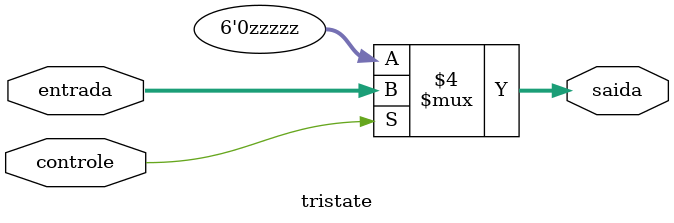
<source format=v>
module tristate(entrada,saida,controle);
    input [5:0]entrada;
    input controle;
    output reg [5:0]saida;
    always@(controle) begin
        if(controle == 1'b1)begin
            saida <= entrada;
        end
        else begin
            saida <= 5'bzzzzz;
        end

    end


endmodule
</source>
